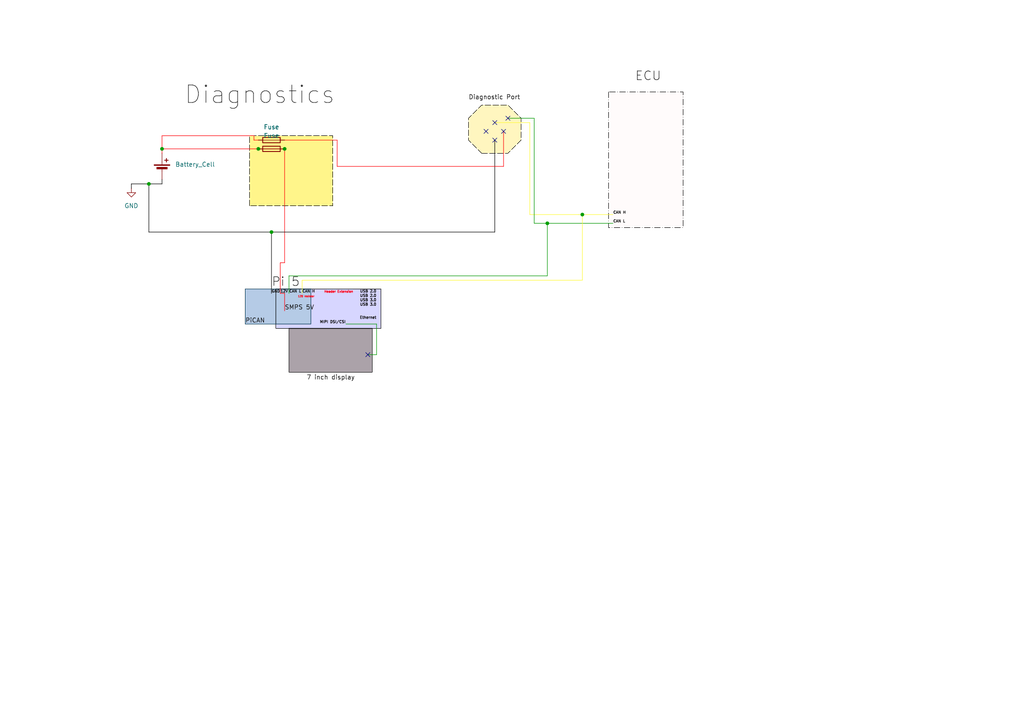
<source format=kicad_sch>
(kicad_sch (version 20250114) (generator "eeschema") (generator_version "9.0")
  (paper "A4")
  (lib_symbols
    (symbol "Device:Battery_Cell" (pin_numbers (hide yes)) (pin_names (offset 0) (hide yes))
      (property "Reference" "BT" (at 2.54 2.54 0))
      (property "Value" "Battery_Cell" (at 2.54 0 0))
      (symbol "Battery_Cell_0_1"
        (rectangle (start -2.286 1.778) (end 2.286 1.524) (fill (type outline)))
        (rectangle (start -1.524 1.016) (end 1.524 0.508) (fill (type outline)))
        (polyline (pts (xy 0 1.778) (xy 0 2.54)))
        (polyline (pts (xy 0 0.762) (xy 0 0)))
        (polyline (pts (xy 0.762 3.048) (xy 1.778 3.048)) (stroke (width 0.254)))
        (polyline (pts (xy 1.27 3.556) (xy 1.27 2.54)) (stroke (width 0.254)))
      )
      (symbol "Battery_Cell_1_1"
        (pin passive line (at 0 5.08 270) (length 2.54) (name "+") (number "1"))
        (pin passive line (at 0 -2.54 90) (length 2.54) (name "-") (number "2"))
      )
    )
    (symbol "Device:Fuse" (pin_numbers (hide yes)) (pin_names (offset 0))
      (property "Reference" "F" (at 2.032 0 90))
      (property "Value" "Fuse" (at -1.905 0 90))
      (symbol "Fuse_0_1"
        (rectangle (start -0.762 -2.54) (end 0.762 2.54) (stroke (width 0.254)))
        (polyline (pts (xy 0 2.54) (xy 0 -2.54)))
      )
      (symbol "Fuse_1_1"
        (pin passive line (at 0 3.81 270) (length 1.27) (name "~") (number "1"))
        (pin passive line (at 0 -3.81 90) (length 1.27) (name "~") (number "2"))
      )
    )
    (symbol "power:GND" (power) (pin_numbers (hide yes)) (pin_names (offset 0) (hide yes))
      (property "Value" "GND" (at 0 -3.81 0))
      (symbol "GND_0_1"
        (polyline (pts (xy 0 0) (xy 0 -1.27) (xy 1.27 -1.27) (xy 0 -2.54) (xy -1.27 -1.27) (xy 0 -1.27)))
      )
      (symbol "GND_1_1"
        (pin power_in line (at 0 0 270) (length 0) (name "~") (number "1"))
      )
    )
  )
  (junction (at 43.18 53.34))
  (junction (at 78.74 67.31))
  (junction (at 168.91 62.23))
  (junction (at 74.93 43.18))
  (junction (at 82.55 43.18))
  (junction (at 46.99 43.18))
  (junction (at 158.75 64.77))
  (no_connect (at 147.32 34.29))
  (no_connect (at 143.51 40.64))
  (no_connect (at 146.05 38.1))
  (no_connect (at 106.68 102.87))
  (no_connect (at 140.97 38.1))
  (no_connect (at 143.51 35.56))
  (wire (pts (xy 73.66 39.37) (xy 73.66 40.64)) (stroke (width 0) (color 255 0 6 1)))
  (wire (pts (xy 177.8 64.77) (xy 158.75 64.77)))
  (wire (pts (xy 78.74 67.31) (xy 78.74 85.09)) (stroke (width 0) (color 0 0 0 1)))
  (wire (pts (xy 43.18 67.31) (xy 43.18 53.34)) (stroke (width 0) (color 0 0 0 1)))
  (wire (pts (xy 87.63 81.28) (xy 168.91 81.28)) (stroke (width 0) (color 255 249 54 1)))
  (wire (pts (xy 82.55 85.09) (xy 81.28 85.09)) (stroke (width 0) (color 255 0 6 1)))
  (wire (pts (xy 153.67 35.56) (xy 153.67 62.23)) (stroke (width 0) (color 255 249 54 1)))
  (wire (pts (xy 154.94 64.77) (xy 154.94 34.29)))
  (wire (pts (xy 46.99 39.37) (xy 46.99 43.18)) (stroke (width 0) (color 255 0 6 1)))
  (wire (pts (xy 46.99 43.18) (xy 74.93 43.18)) (stroke (width 0) (color 255 0 6 1)))
  (wire (pts (xy 87.63 81.28) (xy 87.63 85.09)) (stroke (width 0) (color 255 249 54 1)))
  (wire (pts (xy 38.1 53.34) (xy 43.18 53.34)) (stroke (width 0) (color 0 0 0 1)))
  (wire (pts (xy 78.74 67.31) (xy 143.51 67.31)) (stroke (width 0) (color 0 0 0 1)))
  (wire (pts (xy 97.79 40.64) (xy 82.55 40.64)) (stroke (width 0) (color 255 0 6 1)))
  (wire (pts (xy 73.66 40.64) (xy 74.93 40.64)) (stroke (width 0) (color 255 0 6 1)))
  (wire (pts (xy 81.28 76.2) (xy 81.28 85.09)) (stroke (width 0) (color 255 0 6 1)))
  (wire (pts (xy 153.67 62.23) (xy 168.91 62.23)) (stroke (width 0) (color 255 249 54 1)))
  (wire (pts (xy 97.79 48.26) (xy 97.79 40.64)) (stroke (width 0) (color 255 0 6 1)))
  (wire (pts (xy 46.99 52.07) (xy 46.99 53.34)) (stroke (width 0) (color 0 0 0 1)))
  (wire (pts (xy 146.05 38.1) (xy 146.05 48.26)) (stroke (width 0) (color 255 0 6 1)))
  (wire (pts (xy 168.91 62.23) (xy 168.91 81.28)) (stroke (width 0) (color 255 249 54 1)))
  (wire (pts (xy 147.32 34.29) (xy 154.94 34.29)))
  (wire (pts (xy 78.74 67.31) (xy 43.18 67.31)) (stroke (width 0) (color 0 0 0 1)))
  (wire (pts (xy 74.93 43.18) (xy 82.55 43.18)) (stroke (width 0) (color 155 0 4 1)))
  (wire (pts (xy 158.75 80.01) (xy 158.75 64.77)))
  (wire (pts (xy 143.51 35.56) (xy 153.67 35.56)) (stroke (width 0) (color 255 249 54 1)))
  (wire (pts (xy 82.55 43.18) (xy 82.55 76.2)) (stroke (width 0) (color 255 0 6 1)))
  (wire (pts (xy 43.18 53.34) (xy 46.99 53.34)) (stroke (width 0) (color 0 0 0 1)))
  (wire (pts (xy 106.68 102.87) (xy 109.22 102.87)))
  (wire (pts (xy 168.91 62.23) (xy 177.8 62.23)) (stroke (width 0) (color 255 249 54 1)))
  (wire (pts (xy 143.51 40.64) (xy 143.51 67.31)) (stroke (width 0) (color 0 0 0 1)))
  (wire (pts (xy 83.82 85.09) (xy 83.82 80.01)))
  (wire (pts (xy 82.55 76.2) (xy 81.28 76.2)) (stroke (width 0) (color 255 0 6 1)))
  (wire (pts (xy 46.99 43.18) (xy 46.99 44.45)) (stroke (width 0) (color 255 0 6 1)))
  (wire (pts (xy 46.99 39.37) (xy 73.66 39.37)) (stroke (width 0) (color 255 0 6 1)))
  (wire (pts (xy 158.75 64.77) (xy 154.94 64.77)))
  (wire (pts (xy 109.22 93.98) (xy 109.22 102.87)))
  (wire (pts (xy 100.33 93.98) (xy 109.22 93.98)))
  (wire (pts (xy 82.55 90.17) (xy 82.55 85.09)) (stroke (width 0) (color 255 0 6 1)))
  (wire (pts (xy 38.1 53.34) (xy 38.1 54.61)) (stroke (width 0) (color 0 0 0 1)))
  (wire (pts (xy 146.05 48.26) (xy 97.79 48.26)) (stroke (width 0) (color 255 0 6 1)))
  (wire (pts (xy 83.82 80.01) (xy 158.75 80.01)))
  (label "CAN H" (at 87.63 85.09 0) (effects (font (size 0.762 0.762))))
  (label "7 inch display" (at 88.9 110.49 0))
  (label "Diagnostic Port" (at 135.89 29.21 0))
  (label "ECU" (at 184.15 24.13 0) (effects (font (size 2.54 2.54))))
  (label "Pi 5" (at 78.74 83.82 0) (effects (font (size 2.54 2.54))))
  (label "Ethernet" (at 109.22 92.71 180) (effects (font (size 0.762 0.762))))
  (label "12V" (at 81.28 85.09 0) (effects (font (size 0.762 0.762))))
  (label "Diagnostics" (at 53.34 31.75 0) (effects (font (size 5.08 5.08))))
  (label "120 resistor" (at 86.36 86.36 0) (effects (font (size 0.508 0.508))))
  (label "CAN H" (at 177.8 62.23 0) (effects (font (size 0.762 0.762))))
  (label "Header Extension" (at 93.98 85.09 0) (effects (font (size 0.635 0.635))))
  (label "USB 2.0" (at 109.22 85.09 180) (effects (font (size 0.762 0.762))))
  (label "PiCAN" (at 71.12 93.98 0))
  (label "CAN L" (at 83.82 85.09 0) (effects (font (size 0.762 0.762))))
  (label "GND" (at 78.74 85.09 0) (effects (font (size 0.762 0.762))))
  (label "SMPS 5V" (at 82.55 90.17 0))
  (label "CAN L" (at 177.8 64.77 0) (effects (font (size 0.762 0.762))))
  (label "USB 3.0" (at 109.22 87.63 180) (effects (font (size 0.762 0.762))))
  (label "USB 3.0" (at 109.22 88.9 180) (effects (font (size 0.762 0.762))))
  (label "MIPI DSI{slash}CSI" (at 100.33 93.98 180) (effects (font (size 0.762 0.762))))
  (label "USB 2.0" (at 109.22 86.36 180) (effects (font (size 0.762 0.762))))
  (rule_area (polyline (pts (xy 72.39 59.69) (xy 72.39 39.37) (xy 96.52 39.37) (xy 96.52 59.69)) (stroke (width 0) (type dash) (color 0 0 0 1)) (fill (type color) (color 255 245 138 1))))
  (rule_area (polyline (pts (xy 80.01 83.82) (xy 80.01 95.25) (xy 110.49 95.25) (xy 110.49 83.82)) (stroke (width 0) (color 0 0 0 1)) (fill (type color) (color 215 214 255 1))))
  (rule_area (polyline (pts (xy 83.82 95.25) (xy 83.82 107.95) (xy 107.95 107.95) (xy 107.95 95.25)) (stroke (width 0) (color 0 0 0 1)) (fill (type color) (color 171 162 169 1))))
  (rule_area (polyline (pts (xy 176.53 26.67) (xy 176.53 66.04) (xy 198.12 66.04) (xy 198.12 26.67)) (stroke (width 0) (type dash_dot) (color 0 0 0 1)) (fill (type color) (color 255 251 251 1))))
  (rule_area (polyline (pts (xy 139.7 44.45) (xy 147.32 44.45) (xy 151.13 40.64) (xy 151.13 34.29) (xy 147.32 30.48) (xy 139.7 30.48) (xy 135.89 34.29) (xy 135.89 40.64)) (stroke (width 0) (type dash) (color 5 5 5 1)) (fill (type color) (color 255 246 191 1))))
  (rule_area (polyline (pts (xy 71.12 83.82) (xy 71.12 93.98) (xy 90.17 93.98) (xy 90.17 83.82)) (stroke (width 0) (color 0 53 80 1)) (fill (type color) (color 181 203 230 1))))
  (symbol (lib_id "Device:Battery_Cell") (at 46.99 49.53 0) (unit 1)
    (property "Reference" "BT2" (effects (hide yes)))
    (property "Value" "Battery_Cell" (at 50.8 47.6884 0) (effects (justify left)))
    (property "Description" "Single-cell battery" (effects (hide yes)))
  )
  (symbol (lib_id "Device:Fuse") (at 78.74 43.18 90) (unit 1)
    (property "Reference" "F1" (effects (hide yes)))
    (property "Value" "Fuse" (at 78.74 39.37 90))
    (property "Description" "Fuse" (effects (hide yes)))
  )
  (symbol (lib_id "Device:Fuse") (at 78.74 40.64 90) (unit 1)
    (property "Reference" "F3" (effects (hide yes)))
    (property "Value" "Fuse" (at 78.74 36.83 90))
    (property "Description" "Fuse" (effects (hide yes)))
  )
  (symbol (lib_id "power:GND") (at 38.1 54.61 0) (unit 1)
    (property "Reference" "#PWR03" (effects (hide yes)))
    (property "Value" "GND" (at 38.1 59.69 0))
    (property "Description" "Power symbol creates a global label with name \"GND\" , ground" (effects (hide yes)))
  )
)
</source>
